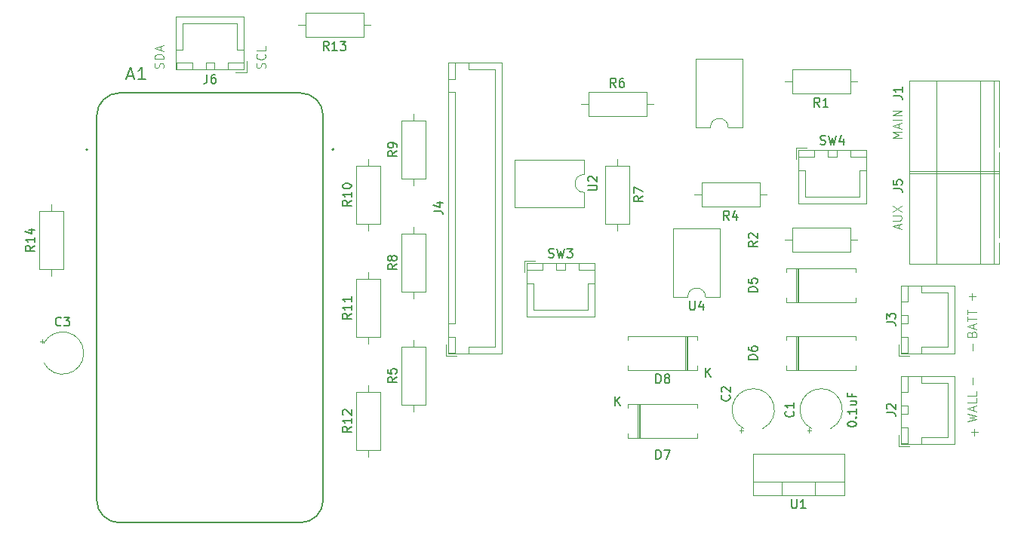
<source format=gbr>
%TF.GenerationSoftware,KiCad,Pcbnew,9.0.1*%
%TF.CreationDate,2025-04-03T23:22:05-05:00*%
%TF.ProjectId,sump-pump-mon,73756d70-2d70-4756-9d70-2d6d6f6e2e6b,rev?*%
%TF.SameCoordinates,Original*%
%TF.FileFunction,Legend,Top*%
%TF.FilePolarity,Positive*%
%FSLAX46Y46*%
G04 Gerber Fmt 4.6, Leading zero omitted, Abs format (unit mm)*
G04 Created by KiCad (PCBNEW 9.0.1) date 2025-04-03 23:22:05*
%MOMM*%
%LPD*%
G01*
G04 APERTURE LIST*
%ADD10C,0.100000*%
%ADD11C,0.150000*%
%ADD12C,0.120000*%
%ADD13C,0.127000*%
%ADD14C,0.200000*%
G04 APERTURE END LIST*
D10*
X220217466Y-58116115D02*
X220217466Y-57354211D01*
X220217466Y-61926115D02*
X220217466Y-61164211D01*
X220013884Y-67309466D02*
X220775789Y-67309466D01*
X220394836Y-67690419D02*
X220394836Y-66928514D01*
X129364800Y-26413734D02*
X129412419Y-26270877D01*
X129412419Y-26270877D02*
X129412419Y-26032782D01*
X129412419Y-26032782D02*
X129364800Y-25937544D01*
X129364800Y-25937544D02*
X129317180Y-25889925D01*
X129317180Y-25889925D02*
X129221942Y-25842306D01*
X129221942Y-25842306D02*
X129126704Y-25842306D01*
X129126704Y-25842306D02*
X129031466Y-25889925D01*
X129031466Y-25889925D02*
X128983847Y-25937544D01*
X128983847Y-25937544D02*
X128936228Y-26032782D01*
X128936228Y-26032782D02*
X128888609Y-26223258D01*
X128888609Y-26223258D02*
X128840990Y-26318496D01*
X128840990Y-26318496D02*
X128793371Y-26366115D01*
X128793371Y-26366115D02*
X128698133Y-26413734D01*
X128698133Y-26413734D02*
X128602895Y-26413734D01*
X128602895Y-26413734D02*
X128507657Y-26366115D01*
X128507657Y-26366115D02*
X128460038Y-26318496D01*
X128460038Y-26318496D02*
X128412419Y-26223258D01*
X128412419Y-26223258D02*
X128412419Y-25985163D01*
X128412419Y-25985163D02*
X128460038Y-25842306D01*
X129412419Y-25413734D02*
X128412419Y-25413734D01*
X128412419Y-25413734D02*
X128412419Y-25175639D01*
X128412419Y-25175639D02*
X128460038Y-25032782D01*
X128460038Y-25032782D02*
X128555276Y-24937544D01*
X128555276Y-24937544D02*
X128650514Y-24889925D01*
X128650514Y-24889925D02*
X128840990Y-24842306D01*
X128840990Y-24842306D02*
X128983847Y-24842306D01*
X128983847Y-24842306D02*
X129174323Y-24889925D01*
X129174323Y-24889925D02*
X129269561Y-24937544D01*
X129269561Y-24937544D02*
X129364800Y-25032782D01*
X129364800Y-25032782D02*
X129412419Y-25175639D01*
X129412419Y-25175639D02*
X129412419Y-25413734D01*
X129126704Y-24461353D02*
X129126704Y-23985163D01*
X129412419Y-24556591D02*
X128412419Y-24223258D01*
X128412419Y-24223258D02*
X129412419Y-23889925D01*
X140794800Y-26413734D02*
X140842419Y-26270877D01*
X140842419Y-26270877D02*
X140842419Y-26032782D01*
X140842419Y-26032782D02*
X140794800Y-25937544D01*
X140794800Y-25937544D02*
X140747180Y-25889925D01*
X140747180Y-25889925D02*
X140651942Y-25842306D01*
X140651942Y-25842306D02*
X140556704Y-25842306D01*
X140556704Y-25842306D02*
X140461466Y-25889925D01*
X140461466Y-25889925D02*
X140413847Y-25937544D01*
X140413847Y-25937544D02*
X140366228Y-26032782D01*
X140366228Y-26032782D02*
X140318609Y-26223258D01*
X140318609Y-26223258D02*
X140270990Y-26318496D01*
X140270990Y-26318496D02*
X140223371Y-26366115D01*
X140223371Y-26366115D02*
X140128133Y-26413734D01*
X140128133Y-26413734D02*
X140032895Y-26413734D01*
X140032895Y-26413734D02*
X139937657Y-26366115D01*
X139937657Y-26366115D02*
X139890038Y-26318496D01*
X139890038Y-26318496D02*
X139842419Y-26223258D01*
X139842419Y-26223258D02*
X139842419Y-25985163D01*
X139842419Y-25985163D02*
X139890038Y-25842306D01*
X140747180Y-24842306D02*
X140794800Y-24889925D01*
X140794800Y-24889925D02*
X140842419Y-25032782D01*
X140842419Y-25032782D02*
X140842419Y-25128020D01*
X140842419Y-25128020D02*
X140794800Y-25270877D01*
X140794800Y-25270877D02*
X140699561Y-25366115D01*
X140699561Y-25366115D02*
X140604323Y-25413734D01*
X140604323Y-25413734D02*
X140413847Y-25461353D01*
X140413847Y-25461353D02*
X140270990Y-25461353D01*
X140270990Y-25461353D02*
X140080514Y-25413734D01*
X140080514Y-25413734D02*
X139985276Y-25366115D01*
X139985276Y-25366115D02*
X139890038Y-25270877D01*
X139890038Y-25270877D02*
X139842419Y-25128020D01*
X139842419Y-25128020D02*
X139842419Y-25032782D01*
X139842419Y-25032782D02*
X139890038Y-24889925D01*
X139890038Y-24889925D02*
X139937657Y-24842306D01*
X140842419Y-23937544D02*
X140842419Y-24413734D01*
X140842419Y-24413734D02*
X139842419Y-24413734D01*
X212216419Y-34240115D02*
X211216419Y-34240115D01*
X211216419Y-34240115D02*
X211930704Y-33906782D01*
X211930704Y-33906782D02*
X211216419Y-33573449D01*
X211216419Y-33573449D02*
X212216419Y-33573449D01*
X211930704Y-33144877D02*
X211930704Y-32668687D01*
X212216419Y-33240115D02*
X211216419Y-32906782D01*
X211216419Y-32906782D02*
X212216419Y-32573449D01*
X212216419Y-32240115D02*
X211216419Y-32240115D01*
X212216419Y-31763925D02*
X211216419Y-31763925D01*
X211216419Y-31763925D02*
X212216419Y-31192497D01*
X212216419Y-31192497D02*
X211216419Y-31192497D01*
X211930704Y-44447734D02*
X211930704Y-43971544D01*
X212216419Y-44542972D02*
X211216419Y-44209639D01*
X211216419Y-44209639D02*
X212216419Y-43876306D01*
X211216419Y-43542972D02*
X212025942Y-43542972D01*
X212025942Y-43542972D02*
X212121180Y-43495353D01*
X212121180Y-43495353D02*
X212168800Y-43447734D01*
X212168800Y-43447734D02*
X212216419Y-43352496D01*
X212216419Y-43352496D02*
X212216419Y-43162020D01*
X212216419Y-43162020D02*
X212168800Y-43066782D01*
X212168800Y-43066782D02*
X212121180Y-43019163D01*
X212121180Y-43019163D02*
X212025942Y-42971544D01*
X212025942Y-42971544D02*
X211216419Y-42971544D01*
X211216419Y-42590591D02*
X212216419Y-41923925D01*
X211216419Y-41923925D02*
X212216419Y-42590591D01*
X220074609Y-56258782D02*
X220122228Y-56115925D01*
X220122228Y-56115925D02*
X220169847Y-56068306D01*
X220169847Y-56068306D02*
X220265085Y-56020687D01*
X220265085Y-56020687D02*
X220407942Y-56020687D01*
X220407942Y-56020687D02*
X220503180Y-56068306D01*
X220503180Y-56068306D02*
X220550800Y-56115925D01*
X220550800Y-56115925D02*
X220598419Y-56211163D01*
X220598419Y-56211163D02*
X220598419Y-56592115D01*
X220598419Y-56592115D02*
X219598419Y-56592115D01*
X219598419Y-56592115D02*
X219598419Y-56258782D01*
X219598419Y-56258782D02*
X219646038Y-56163544D01*
X219646038Y-56163544D02*
X219693657Y-56115925D01*
X219693657Y-56115925D02*
X219788895Y-56068306D01*
X219788895Y-56068306D02*
X219884133Y-56068306D01*
X219884133Y-56068306D02*
X219979371Y-56115925D01*
X219979371Y-56115925D02*
X220026990Y-56163544D01*
X220026990Y-56163544D02*
X220074609Y-56258782D01*
X220074609Y-56258782D02*
X220074609Y-56592115D01*
X220312704Y-55639734D02*
X220312704Y-55163544D01*
X220598419Y-55734972D02*
X219598419Y-55401639D01*
X219598419Y-55401639D02*
X220598419Y-55068306D01*
X219598419Y-54877829D02*
X219598419Y-54306401D01*
X220598419Y-54592115D02*
X219598419Y-54592115D01*
X219598419Y-54115924D02*
X219598419Y-53544496D01*
X220598419Y-53830210D02*
X219598419Y-53830210D01*
X219598419Y-66085353D02*
X220598419Y-65847258D01*
X220598419Y-65847258D02*
X219884133Y-65656782D01*
X219884133Y-65656782D02*
X220598419Y-65466306D01*
X220598419Y-65466306D02*
X219598419Y-65228211D01*
X220312704Y-64894877D02*
X220312704Y-64418687D01*
X220598419Y-64990115D02*
X219598419Y-64656782D01*
X219598419Y-64656782D02*
X220598419Y-64323449D01*
X220598419Y-63513925D02*
X220598419Y-63990115D01*
X220598419Y-63990115D02*
X219598419Y-63990115D01*
X220598419Y-62704401D02*
X220598419Y-63180591D01*
X220598419Y-63180591D02*
X219598419Y-63180591D01*
X219759884Y-52069466D02*
X220521789Y-52069466D01*
X220140836Y-52450419D02*
X220140836Y-51688514D01*
D11*
X211290819Y-39957333D02*
X212005104Y-39957333D01*
X212005104Y-39957333D02*
X212147961Y-40004952D01*
X212147961Y-40004952D02*
X212243200Y-40100190D01*
X212243200Y-40100190D02*
X212290819Y-40243047D01*
X212290819Y-40243047D02*
X212290819Y-40338285D01*
X211290819Y-39004952D02*
X211290819Y-39481142D01*
X211290819Y-39481142D02*
X211767009Y-39528761D01*
X211767009Y-39528761D02*
X211719390Y-39481142D01*
X211719390Y-39481142D02*
X211671771Y-39385904D01*
X211671771Y-39385904D02*
X211671771Y-39147809D01*
X211671771Y-39147809D02*
X211719390Y-39052571D01*
X211719390Y-39052571D02*
X211767009Y-39004952D01*
X211767009Y-39004952D02*
X211862247Y-38957333D01*
X211862247Y-38957333D02*
X212100342Y-38957333D01*
X212100342Y-38957333D02*
X212195580Y-39004952D01*
X212195580Y-39004952D02*
X212243200Y-39052571D01*
X212243200Y-39052571D02*
X212290819Y-39147809D01*
X212290819Y-39147809D02*
X212290819Y-39385904D01*
X212290819Y-39385904D02*
X212243200Y-39481142D01*
X212243200Y-39481142D02*
X212195580Y-39528761D01*
X211290819Y-29543333D02*
X212005104Y-29543333D01*
X212005104Y-29543333D02*
X212147961Y-29590952D01*
X212147961Y-29590952D02*
X212243200Y-29686190D01*
X212243200Y-29686190D02*
X212290819Y-29829047D01*
X212290819Y-29829047D02*
X212290819Y-29924285D01*
X212290819Y-28543333D02*
X212290819Y-29114761D01*
X212290819Y-28829047D02*
X211290819Y-28829047D01*
X211290819Y-28829047D02*
X211433676Y-28924285D01*
X211433676Y-28924285D02*
X211528914Y-29019523D01*
X211528914Y-29019523D02*
X211576533Y-29114761D01*
X114924819Y-46362857D02*
X114448628Y-46696190D01*
X114924819Y-46934285D02*
X113924819Y-46934285D01*
X113924819Y-46934285D02*
X113924819Y-46553333D01*
X113924819Y-46553333D02*
X113972438Y-46458095D01*
X113972438Y-46458095D02*
X114020057Y-46410476D01*
X114020057Y-46410476D02*
X114115295Y-46362857D01*
X114115295Y-46362857D02*
X114258152Y-46362857D01*
X114258152Y-46362857D02*
X114353390Y-46410476D01*
X114353390Y-46410476D02*
X114401009Y-46458095D01*
X114401009Y-46458095D02*
X114448628Y-46553333D01*
X114448628Y-46553333D02*
X114448628Y-46934285D01*
X114924819Y-45410476D02*
X114924819Y-45981904D01*
X114924819Y-45696190D02*
X113924819Y-45696190D01*
X113924819Y-45696190D02*
X114067676Y-45791428D01*
X114067676Y-45791428D02*
X114162914Y-45886666D01*
X114162914Y-45886666D02*
X114210533Y-45981904D01*
X114258152Y-44553333D02*
X114924819Y-44553333D01*
X113877200Y-44791428D02*
X114591485Y-45029523D01*
X114591485Y-45029523D02*
X114591485Y-44410476D01*
X147947142Y-24414819D02*
X147613809Y-23938628D01*
X147375714Y-24414819D02*
X147375714Y-23414819D01*
X147375714Y-23414819D02*
X147756666Y-23414819D01*
X147756666Y-23414819D02*
X147851904Y-23462438D01*
X147851904Y-23462438D02*
X147899523Y-23510057D01*
X147899523Y-23510057D02*
X147947142Y-23605295D01*
X147947142Y-23605295D02*
X147947142Y-23748152D01*
X147947142Y-23748152D02*
X147899523Y-23843390D01*
X147899523Y-23843390D02*
X147851904Y-23891009D01*
X147851904Y-23891009D02*
X147756666Y-23938628D01*
X147756666Y-23938628D02*
X147375714Y-23938628D01*
X148899523Y-24414819D02*
X148328095Y-24414819D01*
X148613809Y-24414819D02*
X148613809Y-23414819D01*
X148613809Y-23414819D02*
X148518571Y-23557676D01*
X148518571Y-23557676D02*
X148423333Y-23652914D01*
X148423333Y-23652914D02*
X148328095Y-23700533D01*
X149232857Y-23414819D02*
X149851904Y-23414819D01*
X149851904Y-23414819D02*
X149518571Y-23795771D01*
X149518571Y-23795771D02*
X149661428Y-23795771D01*
X149661428Y-23795771D02*
X149756666Y-23843390D01*
X149756666Y-23843390D02*
X149804285Y-23891009D01*
X149804285Y-23891009D02*
X149851904Y-23986247D01*
X149851904Y-23986247D02*
X149851904Y-24224342D01*
X149851904Y-24224342D02*
X149804285Y-24319580D01*
X149804285Y-24319580D02*
X149756666Y-24367200D01*
X149756666Y-24367200D02*
X149661428Y-24414819D01*
X149661428Y-24414819D02*
X149375714Y-24414819D01*
X149375714Y-24414819D02*
X149280476Y-24367200D01*
X149280476Y-24367200D02*
X149232857Y-24319580D01*
X134306666Y-27134819D02*
X134306666Y-27849104D01*
X134306666Y-27849104D02*
X134259047Y-27991961D01*
X134259047Y-27991961D02*
X134163809Y-28087200D01*
X134163809Y-28087200D02*
X134020952Y-28134819D01*
X134020952Y-28134819D02*
X133925714Y-28134819D01*
X135211428Y-27134819D02*
X135020952Y-27134819D01*
X135020952Y-27134819D02*
X134925714Y-27182438D01*
X134925714Y-27182438D02*
X134878095Y-27230057D01*
X134878095Y-27230057D02*
X134782857Y-27372914D01*
X134782857Y-27372914D02*
X134735238Y-27563390D01*
X134735238Y-27563390D02*
X134735238Y-27944342D01*
X134735238Y-27944342D02*
X134782857Y-28039580D01*
X134782857Y-28039580D02*
X134830476Y-28087200D01*
X134830476Y-28087200D02*
X134925714Y-28134819D01*
X134925714Y-28134819D02*
X135116190Y-28134819D01*
X135116190Y-28134819D02*
X135211428Y-28087200D01*
X135211428Y-28087200D02*
X135259047Y-28039580D01*
X135259047Y-28039580D02*
X135306666Y-27944342D01*
X135306666Y-27944342D02*
X135306666Y-27706247D01*
X135306666Y-27706247D02*
X135259047Y-27611009D01*
X135259047Y-27611009D02*
X135211428Y-27563390D01*
X135211428Y-27563390D02*
X135116190Y-27515771D01*
X135116190Y-27515771D02*
X134925714Y-27515771D01*
X134925714Y-27515771D02*
X134830476Y-27563390D01*
X134830476Y-27563390D02*
X134782857Y-27611009D01*
X134782857Y-27611009D02*
X134735238Y-27706247D01*
X159734819Y-42463333D02*
X160449104Y-42463333D01*
X160449104Y-42463333D02*
X160591961Y-42510952D01*
X160591961Y-42510952D02*
X160687200Y-42606190D01*
X160687200Y-42606190D02*
X160734819Y-42749047D01*
X160734819Y-42749047D02*
X160734819Y-42844285D01*
X160068152Y-41558571D02*
X160734819Y-41558571D01*
X159687200Y-41796666D02*
X160401485Y-42034761D01*
X160401485Y-42034761D02*
X160401485Y-41415714D01*
X155564819Y-48426666D02*
X155088628Y-48759999D01*
X155564819Y-48998094D02*
X154564819Y-48998094D01*
X154564819Y-48998094D02*
X154564819Y-48617142D01*
X154564819Y-48617142D02*
X154612438Y-48521904D01*
X154612438Y-48521904D02*
X154660057Y-48474285D01*
X154660057Y-48474285D02*
X154755295Y-48426666D01*
X154755295Y-48426666D02*
X154898152Y-48426666D01*
X154898152Y-48426666D02*
X154993390Y-48474285D01*
X154993390Y-48474285D02*
X155041009Y-48521904D01*
X155041009Y-48521904D02*
X155088628Y-48617142D01*
X155088628Y-48617142D02*
X155088628Y-48998094D01*
X154993390Y-47855237D02*
X154945771Y-47950475D01*
X154945771Y-47950475D02*
X154898152Y-47998094D01*
X154898152Y-47998094D02*
X154802914Y-48045713D01*
X154802914Y-48045713D02*
X154755295Y-48045713D01*
X154755295Y-48045713D02*
X154660057Y-47998094D01*
X154660057Y-47998094D02*
X154612438Y-47950475D01*
X154612438Y-47950475D02*
X154564819Y-47855237D01*
X154564819Y-47855237D02*
X154564819Y-47664761D01*
X154564819Y-47664761D02*
X154612438Y-47569523D01*
X154612438Y-47569523D02*
X154660057Y-47521904D01*
X154660057Y-47521904D02*
X154755295Y-47474285D01*
X154755295Y-47474285D02*
X154802914Y-47474285D01*
X154802914Y-47474285D02*
X154898152Y-47521904D01*
X154898152Y-47521904D02*
X154945771Y-47569523D01*
X154945771Y-47569523D02*
X154993390Y-47664761D01*
X154993390Y-47664761D02*
X154993390Y-47855237D01*
X154993390Y-47855237D02*
X155041009Y-47950475D01*
X155041009Y-47950475D02*
X155088628Y-47998094D01*
X155088628Y-47998094D02*
X155183866Y-48045713D01*
X155183866Y-48045713D02*
X155374342Y-48045713D01*
X155374342Y-48045713D02*
X155469580Y-47998094D01*
X155469580Y-47998094D02*
X155517200Y-47950475D01*
X155517200Y-47950475D02*
X155564819Y-47855237D01*
X155564819Y-47855237D02*
X155564819Y-47664761D01*
X155564819Y-47664761D02*
X155517200Y-47569523D01*
X155517200Y-47569523D02*
X155469580Y-47521904D01*
X155469580Y-47521904D02*
X155374342Y-47474285D01*
X155374342Y-47474285D02*
X155183866Y-47474285D01*
X155183866Y-47474285D02*
X155088628Y-47521904D01*
X155088628Y-47521904D02*
X155041009Y-47569523D01*
X155041009Y-47569523D02*
X154993390Y-47664761D01*
X210534819Y-54963333D02*
X211249104Y-54963333D01*
X211249104Y-54963333D02*
X211391961Y-55010952D01*
X211391961Y-55010952D02*
X211487200Y-55106190D01*
X211487200Y-55106190D02*
X211534819Y-55249047D01*
X211534819Y-55249047D02*
X211534819Y-55344285D01*
X210534819Y-54582380D02*
X210534819Y-53963333D01*
X210534819Y-53963333D02*
X210915771Y-54296666D01*
X210915771Y-54296666D02*
X210915771Y-54153809D01*
X210915771Y-54153809D02*
X210963390Y-54058571D01*
X210963390Y-54058571D02*
X211011009Y-54010952D01*
X211011009Y-54010952D02*
X211106247Y-53963333D01*
X211106247Y-53963333D02*
X211344342Y-53963333D01*
X211344342Y-53963333D02*
X211439580Y-54010952D01*
X211439580Y-54010952D02*
X211487200Y-54058571D01*
X211487200Y-54058571D02*
X211534819Y-54153809D01*
X211534819Y-54153809D02*
X211534819Y-54439523D01*
X211534819Y-54439523D02*
X211487200Y-54534761D01*
X211487200Y-54534761D02*
X211439580Y-54582380D01*
X210534819Y-65123333D02*
X211249104Y-65123333D01*
X211249104Y-65123333D02*
X211391961Y-65170952D01*
X211391961Y-65170952D02*
X211487200Y-65266190D01*
X211487200Y-65266190D02*
X211534819Y-65409047D01*
X211534819Y-65409047D02*
X211534819Y-65504285D01*
X210630057Y-64694761D02*
X210582438Y-64647142D01*
X210582438Y-64647142D02*
X210534819Y-64551904D01*
X210534819Y-64551904D02*
X210534819Y-64313809D01*
X210534819Y-64313809D02*
X210582438Y-64218571D01*
X210582438Y-64218571D02*
X210630057Y-64170952D01*
X210630057Y-64170952D02*
X210725295Y-64123333D01*
X210725295Y-64123333D02*
X210820533Y-64123333D01*
X210820533Y-64123333D02*
X210963390Y-64170952D01*
X210963390Y-64170952D02*
X211534819Y-64742380D01*
X211534819Y-64742380D02*
X211534819Y-64123333D01*
X203033333Y-30764819D02*
X202700000Y-30288628D01*
X202461905Y-30764819D02*
X202461905Y-29764819D01*
X202461905Y-29764819D02*
X202842857Y-29764819D01*
X202842857Y-29764819D02*
X202938095Y-29812438D01*
X202938095Y-29812438D02*
X202985714Y-29860057D01*
X202985714Y-29860057D02*
X203033333Y-29955295D01*
X203033333Y-29955295D02*
X203033333Y-30098152D01*
X203033333Y-30098152D02*
X202985714Y-30193390D01*
X202985714Y-30193390D02*
X202938095Y-30241009D01*
X202938095Y-30241009D02*
X202842857Y-30288628D01*
X202842857Y-30288628D02*
X202461905Y-30288628D01*
X203985714Y-30764819D02*
X203414286Y-30764819D01*
X203700000Y-30764819D02*
X203700000Y-29764819D01*
X203700000Y-29764819D02*
X203604762Y-29907676D01*
X203604762Y-29907676D02*
X203509524Y-30002914D01*
X203509524Y-30002914D02*
X203414286Y-30050533D01*
X177044819Y-40131904D02*
X177854342Y-40131904D01*
X177854342Y-40131904D02*
X177949580Y-40084285D01*
X177949580Y-40084285D02*
X177997200Y-40036666D01*
X177997200Y-40036666D02*
X178044819Y-39941428D01*
X178044819Y-39941428D02*
X178044819Y-39750952D01*
X178044819Y-39750952D02*
X177997200Y-39655714D01*
X177997200Y-39655714D02*
X177949580Y-39608095D01*
X177949580Y-39608095D02*
X177854342Y-39560476D01*
X177854342Y-39560476D02*
X177044819Y-39560476D01*
X177140057Y-39131904D02*
X177092438Y-39084285D01*
X177092438Y-39084285D02*
X177044819Y-38989047D01*
X177044819Y-38989047D02*
X177044819Y-38750952D01*
X177044819Y-38750952D02*
X177092438Y-38655714D01*
X177092438Y-38655714D02*
X177140057Y-38608095D01*
X177140057Y-38608095D02*
X177235295Y-38560476D01*
X177235295Y-38560476D02*
X177330533Y-38560476D01*
X177330533Y-38560476D02*
X177473390Y-38608095D01*
X177473390Y-38608095D02*
X178044819Y-39179523D01*
X178044819Y-39179523D02*
X178044819Y-38560476D01*
X192891580Y-63158666D02*
X192939200Y-63206285D01*
X192939200Y-63206285D02*
X192986819Y-63349142D01*
X192986819Y-63349142D02*
X192986819Y-63444380D01*
X192986819Y-63444380D02*
X192939200Y-63587237D01*
X192939200Y-63587237D02*
X192843961Y-63682475D01*
X192843961Y-63682475D02*
X192748723Y-63730094D01*
X192748723Y-63730094D02*
X192558247Y-63777713D01*
X192558247Y-63777713D02*
X192415390Y-63777713D01*
X192415390Y-63777713D02*
X192224914Y-63730094D01*
X192224914Y-63730094D02*
X192129676Y-63682475D01*
X192129676Y-63682475D02*
X192034438Y-63587237D01*
X192034438Y-63587237D02*
X191986819Y-63444380D01*
X191986819Y-63444380D02*
X191986819Y-63349142D01*
X191986819Y-63349142D02*
X192034438Y-63206285D01*
X192034438Y-63206285D02*
X192082057Y-63158666D01*
X192082057Y-62777713D02*
X192034438Y-62730094D01*
X192034438Y-62730094D02*
X191986819Y-62634856D01*
X191986819Y-62634856D02*
X191986819Y-62396761D01*
X191986819Y-62396761D02*
X192034438Y-62301523D01*
X192034438Y-62301523D02*
X192082057Y-62253904D01*
X192082057Y-62253904D02*
X192177295Y-62206285D01*
X192177295Y-62206285D02*
X192272533Y-62206285D01*
X192272533Y-62206285D02*
X192415390Y-62253904D01*
X192415390Y-62253904D02*
X192986819Y-62825332D01*
X192986819Y-62825332D02*
X192986819Y-62206285D01*
X196034819Y-45886666D02*
X195558628Y-46219999D01*
X196034819Y-46458094D02*
X195034819Y-46458094D01*
X195034819Y-46458094D02*
X195034819Y-46077142D01*
X195034819Y-46077142D02*
X195082438Y-45981904D01*
X195082438Y-45981904D02*
X195130057Y-45934285D01*
X195130057Y-45934285D02*
X195225295Y-45886666D01*
X195225295Y-45886666D02*
X195368152Y-45886666D01*
X195368152Y-45886666D02*
X195463390Y-45934285D01*
X195463390Y-45934285D02*
X195511009Y-45981904D01*
X195511009Y-45981904D02*
X195558628Y-46077142D01*
X195558628Y-46077142D02*
X195558628Y-46458094D01*
X195130057Y-45505713D02*
X195082438Y-45458094D01*
X195082438Y-45458094D02*
X195034819Y-45362856D01*
X195034819Y-45362856D02*
X195034819Y-45124761D01*
X195034819Y-45124761D02*
X195082438Y-45029523D01*
X195082438Y-45029523D02*
X195130057Y-44981904D01*
X195130057Y-44981904D02*
X195225295Y-44934285D01*
X195225295Y-44934285D02*
X195320533Y-44934285D01*
X195320533Y-44934285D02*
X195463390Y-44981904D01*
X195463390Y-44981904D02*
X196034819Y-45553332D01*
X196034819Y-45553332D02*
X196034819Y-44934285D01*
X183164819Y-40806666D02*
X182688628Y-41139999D01*
X183164819Y-41378094D02*
X182164819Y-41378094D01*
X182164819Y-41378094D02*
X182164819Y-40997142D01*
X182164819Y-40997142D02*
X182212438Y-40901904D01*
X182212438Y-40901904D02*
X182260057Y-40854285D01*
X182260057Y-40854285D02*
X182355295Y-40806666D01*
X182355295Y-40806666D02*
X182498152Y-40806666D01*
X182498152Y-40806666D02*
X182593390Y-40854285D01*
X182593390Y-40854285D02*
X182641009Y-40901904D01*
X182641009Y-40901904D02*
X182688628Y-40997142D01*
X182688628Y-40997142D02*
X182688628Y-41378094D01*
X182164819Y-40473332D02*
X182164819Y-39806666D01*
X182164819Y-39806666D02*
X183164819Y-40235237D01*
X188468095Y-52584819D02*
X188468095Y-53394342D01*
X188468095Y-53394342D02*
X188515714Y-53489580D01*
X188515714Y-53489580D02*
X188563333Y-53537200D01*
X188563333Y-53537200D02*
X188658571Y-53584819D01*
X188658571Y-53584819D02*
X188849047Y-53584819D01*
X188849047Y-53584819D02*
X188944285Y-53537200D01*
X188944285Y-53537200D02*
X188991904Y-53489580D01*
X188991904Y-53489580D02*
X189039523Y-53394342D01*
X189039523Y-53394342D02*
X189039523Y-52584819D01*
X189944285Y-52918152D02*
X189944285Y-53584819D01*
X189706190Y-52537200D02*
X189468095Y-53251485D01*
X189468095Y-53251485D02*
X190087142Y-53251485D01*
X184681905Y-61794819D02*
X184681905Y-60794819D01*
X184681905Y-60794819D02*
X184920000Y-60794819D01*
X184920000Y-60794819D02*
X185062857Y-60842438D01*
X185062857Y-60842438D02*
X185158095Y-60937676D01*
X185158095Y-60937676D02*
X185205714Y-61032914D01*
X185205714Y-61032914D02*
X185253333Y-61223390D01*
X185253333Y-61223390D02*
X185253333Y-61366247D01*
X185253333Y-61366247D02*
X185205714Y-61556723D01*
X185205714Y-61556723D02*
X185158095Y-61651961D01*
X185158095Y-61651961D02*
X185062857Y-61747200D01*
X185062857Y-61747200D02*
X184920000Y-61794819D01*
X184920000Y-61794819D02*
X184681905Y-61794819D01*
X185824762Y-61223390D02*
X185729524Y-61175771D01*
X185729524Y-61175771D02*
X185681905Y-61128152D01*
X185681905Y-61128152D02*
X185634286Y-61032914D01*
X185634286Y-61032914D02*
X185634286Y-60985295D01*
X185634286Y-60985295D02*
X185681905Y-60890057D01*
X185681905Y-60890057D02*
X185729524Y-60842438D01*
X185729524Y-60842438D02*
X185824762Y-60794819D01*
X185824762Y-60794819D02*
X186015238Y-60794819D01*
X186015238Y-60794819D02*
X186110476Y-60842438D01*
X186110476Y-60842438D02*
X186158095Y-60890057D01*
X186158095Y-60890057D02*
X186205714Y-60985295D01*
X186205714Y-60985295D02*
X186205714Y-61032914D01*
X186205714Y-61032914D02*
X186158095Y-61128152D01*
X186158095Y-61128152D02*
X186110476Y-61175771D01*
X186110476Y-61175771D02*
X186015238Y-61223390D01*
X186015238Y-61223390D02*
X185824762Y-61223390D01*
X185824762Y-61223390D02*
X185729524Y-61271009D01*
X185729524Y-61271009D02*
X185681905Y-61318628D01*
X185681905Y-61318628D02*
X185634286Y-61413866D01*
X185634286Y-61413866D02*
X185634286Y-61604342D01*
X185634286Y-61604342D02*
X185681905Y-61699580D01*
X185681905Y-61699580D02*
X185729524Y-61747200D01*
X185729524Y-61747200D02*
X185824762Y-61794819D01*
X185824762Y-61794819D02*
X186015238Y-61794819D01*
X186015238Y-61794819D02*
X186110476Y-61747200D01*
X186110476Y-61747200D02*
X186158095Y-61699580D01*
X186158095Y-61699580D02*
X186205714Y-61604342D01*
X186205714Y-61604342D02*
X186205714Y-61413866D01*
X186205714Y-61413866D02*
X186158095Y-61318628D01*
X186158095Y-61318628D02*
X186110476Y-61271009D01*
X186110476Y-61271009D02*
X186015238Y-61223390D01*
X190238095Y-61074819D02*
X190238095Y-60074819D01*
X190809523Y-61074819D02*
X190380952Y-60503390D01*
X190809523Y-60074819D02*
X190238095Y-60646247D01*
X200059580Y-64956666D02*
X200107200Y-65004285D01*
X200107200Y-65004285D02*
X200154819Y-65147142D01*
X200154819Y-65147142D02*
X200154819Y-65242380D01*
X200154819Y-65242380D02*
X200107200Y-65385237D01*
X200107200Y-65385237D02*
X200011961Y-65480475D01*
X200011961Y-65480475D02*
X199916723Y-65528094D01*
X199916723Y-65528094D02*
X199726247Y-65575713D01*
X199726247Y-65575713D02*
X199583390Y-65575713D01*
X199583390Y-65575713D02*
X199392914Y-65528094D01*
X199392914Y-65528094D02*
X199297676Y-65480475D01*
X199297676Y-65480475D02*
X199202438Y-65385237D01*
X199202438Y-65385237D02*
X199154819Y-65242380D01*
X199154819Y-65242380D02*
X199154819Y-65147142D01*
X199154819Y-65147142D02*
X199202438Y-65004285D01*
X199202438Y-65004285D02*
X199250057Y-64956666D01*
X200154819Y-64004285D02*
X200154819Y-64575713D01*
X200154819Y-64289999D02*
X199154819Y-64289999D01*
X199154819Y-64289999D02*
X199297676Y-64385237D01*
X199297676Y-64385237D02*
X199392914Y-64480475D01*
X199392914Y-64480475D02*
X199440533Y-64575713D01*
X206154819Y-66432856D02*
X206154819Y-66337618D01*
X206154819Y-66337618D02*
X206202438Y-66242380D01*
X206202438Y-66242380D02*
X206250057Y-66194761D01*
X206250057Y-66194761D02*
X206345295Y-66147142D01*
X206345295Y-66147142D02*
X206535771Y-66099523D01*
X206535771Y-66099523D02*
X206773866Y-66099523D01*
X206773866Y-66099523D02*
X206964342Y-66147142D01*
X206964342Y-66147142D02*
X207059580Y-66194761D01*
X207059580Y-66194761D02*
X207107200Y-66242380D01*
X207107200Y-66242380D02*
X207154819Y-66337618D01*
X207154819Y-66337618D02*
X207154819Y-66432856D01*
X207154819Y-66432856D02*
X207107200Y-66528094D01*
X207107200Y-66528094D02*
X207059580Y-66575713D01*
X207059580Y-66575713D02*
X206964342Y-66623332D01*
X206964342Y-66623332D02*
X206773866Y-66670951D01*
X206773866Y-66670951D02*
X206535771Y-66670951D01*
X206535771Y-66670951D02*
X206345295Y-66623332D01*
X206345295Y-66623332D02*
X206250057Y-66575713D01*
X206250057Y-66575713D02*
X206202438Y-66528094D01*
X206202438Y-66528094D02*
X206154819Y-66432856D01*
X207059580Y-65670951D02*
X207107200Y-65623332D01*
X207107200Y-65623332D02*
X207154819Y-65670951D01*
X207154819Y-65670951D02*
X207107200Y-65718570D01*
X207107200Y-65718570D02*
X207059580Y-65670951D01*
X207059580Y-65670951D02*
X207154819Y-65670951D01*
X207154819Y-64670952D02*
X207154819Y-65242380D01*
X207154819Y-64956666D02*
X206154819Y-64956666D01*
X206154819Y-64956666D02*
X206297676Y-65051904D01*
X206297676Y-65051904D02*
X206392914Y-65147142D01*
X206392914Y-65147142D02*
X206440533Y-65242380D01*
X206488152Y-63813809D02*
X207154819Y-63813809D01*
X206488152Y-64242380D02*
X207011961Y-64242380D01*
X207011961Y-64242380D02*
X207107200Y-64194761D01*
X207107200Y-64194761D02*
X207154819Y-64099523D01*
X207154819Y-64099523D02*
X207154819Y-63956666D01*
X207154819Y-63956666D02*
X207107200Y-63861428D01*
X207107200Y-63861428D02*
X207059580Y-63813809D01*
X206631009Y-63004285D02*
X206631009Y-63337618D01*
X207154819Y-63337618D02*
X206154819Y-63337618D01*
X206154819Y-63337618D02*
X206154819Y-62861428D01*
X180173333Y-28564819D02*
X179840000Y-28088628D01*
X179601905Y-28564819D02*
X179601905Y-27564819D01*
X179601905Y-27564819D02*
X179982857Y-27564819D01*
X179982857Y-27564819D02*
X180078095Y-27612438D01*
X180078095Y-27612438D02*
X180125714Y-27660057D01*
X180125714Y-27660057D02*
X180173333Y-27755295D01*
X180173333Y-27755295D02*
X180173333Y-27898152D01*
X180173333Y-27898152D02*
X180125714Y-27993390D01*
X180125714Y-27993390D02*
X180078095Y-28041009D01*
X180078095Y-28041009D02*
X179982857Y-28088628D01*
X179982857Y-28088628D02*
X179601905Y-28088628D01*
X181030476Y-27564819D02*
X180840000Y-27564819D01*
X180840000Y-27564819D02*
X180744762Y-27612438D01*
X180744762Y-27612438D02*
X180697143Y-27660057D01*
X180697143Y-27660057D02*
X180601905Y-27802914D01*
X180601905Y-27802914D02*
X180554286Y-27993390D01*
X180554286Y-27993390D02*
X180554286Y-28374342D01*
X180554286Y-28374342D02*
X180601905Y-28469580D01*
X180601905Y-28469580D02*
X180649524Y-28517200D01*
X180649524Y-28517200D02*
X180744762Y-28564819D01*
X180744762Y-28564819D02*
X180935238Y-28564819D01*
X180935238Y-28564819D02*
X181030476Y-28517200D01*
X181030476Y-28517200D02*
X181078095Y-28469580D01*
X181078095Y-28469580D02*
X181125714Y-28374342D01*
X181125714Y-28374342D02*
X181125714Y-28136247D01*
X181125714Y-28136247D02*
X181078095Y-28041009D01*
X181078095Y-28041009D02*
X181030476Y-27993390D01*
X181030476Y-27993390D02*
X180935238Y-27945771D01*
X180935238Y-27945771D02*
X180744762Y-27945771D01*
X180744762Y-27945771D02*
X180649524Y-27993390D01*
X180649524Y-27993390D02*
X180601905Y-28041009D01*
X180601905Y-28041009D02*
X180554286Y-28136247D01*
X172636667Y-47657200D02*
X172779524Y-47704819D01*
X172779524Y-47704819D02*
X173017619Y-47704819D01*
X173017619Y-47704819D02*
X173112857Y-47657200D01*
X173112857Y-47657200D02*
X173160476Y-47609580D01*
X173160476Y-47609580D02*
X173208095Y-47514342D01*
X173208095Y-47514342D02*
X173208095Y-47419104D01*
X173208095Y-47419104D02*
X173160476Y-47323866D01*
X173160476Y-47323866D02*
X173112857Y-47276247D01*
X173112857Y-47276247D02*
X173017619Y-47228628D01*
X173017619Y-47228628D02*
X172827143Y-47181009D01*
X172827143Y-47181009D02*
X172731905Y-47133390D01*
X172731905Y-47133390D02*
X172684286Y-47085771D01*
X172684286Y-47085771D02*
X172636667Y-46990533D01*
X172636667Y-46990533D02*
X172636667Y-46895295D01*
X172636667Y-46895295D02*
X172684286Y-46800057D01*
X172684286Y-46800057D02*
X172731905Y-46752438D01*
X172731905Y-46752438D02*
X172827143Y-46704819D01*
X172827143Y-46704819D02*
X173065238Y-46704819D01*
X173065238Y-46704819D02*
X173208095Y-46752438D01*
X173541429Y-46704819D02*
X173779524Y-47704819D01*
X173779524Y-47704819D02*
X173970000Y-46990533D01*
X173970000Y-46990533D02*
X174160476Y-47704819D01*
X174160476Y-47704819D02*
X174398572Y-46704819D01*
X174684286Y-46704819D02*
X175303333Y-46704819D01*
X175303333Y-46704819D02*
X174970000Y-47085771D01*
X174970000Y-47085771D02*
X175112857Y-47085771D01*
X175112857Y-47085771D02*
X175208095Y-47133390D01*
X175208095Y-47133390D02*
X175255714Y-47181009D01*
X175255714Y-47181009D02*
X175303333Y-47276247D01*
X175303333Y-47276247D02*
X175303333Y-47514342D01*
X175303333Y-47514342D02*
X175255714Y-47609580D01*
X175255714Y-47609580D02*
X175208095Y-47657200D01*
X175208095Y-47657200D02*
X175112857Y-47704819D01*
X175112857Y-47704819D02*
X174827143Y-47704819D01*
X174827143Y-47704819D02*
X174731905Y-47657200D01*
X174731905Y-47657200D02*
X174684286Y-47609580D01*
X192873333Y-43464819D02*
X192540000Y-42988628D01*
X192301905Y-43464819D02*
X192301905Y-42464819D01*
X192301905Y-42464819D02*
X192682857Y-42464819D01*
X192682857Y-42464819D02*
X192778095Y-42512438D01*
X192778095Y-42512438D02*
X192825714Y-42560057D01*
X192825714Y-42560057D02*
X192873333Y-42655295D01*
X192873333Y-42655295D02*
X192873333Y-42798152D01*
X192873333Y-42798152D02*
X192825714Y-42893390D01*
X192825714Y-42893390D02*
X192778095Y-42941009D01*
X192778095Y-42941009D02*
X192682857Y-42988628D01*
X192682857Y-42988628D02*
X192301905Y-42988628D01*
X193730476Y-42798152D02*
X193730476Y-43464819D01*
X193492381Y-42417200D02*
X193254286Y-43131485D01*
X193254286Y-43131485D02*
X193873333Y-43131485D01*
X117923333Y-55279580D02*
X117875714Y-55327200D01*
X117875714Y-55327200D02*
X117732857Y-55374819D01*
X117732857Y-55374819D02*
X117637619Y-55374819D01*
X117637619Y-55374819D02*
X117494762Y-55327200D01*
X117494762Y-55327200D02*
X117399524Y-55231961D01*
X117399524Y-55231961D02*
X117351905Y-55136723D01*
X117351905Y-55136723D02*
X117304286Y-54946247D01*
X117304286Y-54946247D02*
X117304286Y-54803390D01*
X117304286Y-54803390D02*
X117351905Y-54612914D01*
X117351905Y-54612914D02*
X117399524Y-54517676D01*
X117399524Y-54517676D02*
X117494762Y-54422438D01*
X117494762Y-54422438D02*
X117637619Y-54374819D01*
X117637619Y-54374819D02*
X117732857Y-54374819D01*
X117732857Y-54374819D02*
X117875714Y-54422438D01*
X117875714Y-54422438D02*
X117923333Y-54470057D01*
X118256667Y-54374819D02*
X118875714Y-54374819D01*
X118875714Y-54374819D02*
X118542381Y-54755771D01*
X118542381Y-54755771D02*
X118685238Y-54755771D01*
X118685238Y-54755771D02*
X118780476Y-54803390D01*
X118780476Y-54803390D02*
X118828095Y-54851009D01*
X118828095Y-54851009D02*
X118875714Y-54946247D01*
X118875714Y-54946247D02*
X118875714Y-55184342D01*
X118875714Y-55184342D02*
X118828095Y-55279580D01*
X118828095Y-55279580D02*
X118780476Y-55327200D01*
X118780476Y-55327200D02*
X118685238Y-55374819D01*
X118685238Y-55374819D02*
X118399524Y-55374819D01*
X118399524Y-55374819D02*
X118304286Y-55327200D01*
X118304286Y-55327200D02*
X118256667Y-55279580D01*
X203116667Y-34957200D02*
X203259524Y-35004819D01*
X203259524Y-35004819D02*
X203497619Y-35004819D01*
X203497619Y-35004819D02*
X203592857Y-34957200D01*
X203592857Y-34957200D02*
X203640476Y-34909580D01*
X203640476Y-34909580D02*
X203688095Y-34814342D01*
X203688095Y-34814342D02*
X203688095Y-34719104D01*
X203688095Y-34719104D02*
X203640476Y-34623866D01*
X203640476Y-34623866D02*
X203592857Y-34576247D01*
X203592857Y-34576247D02*
X203497619Y-34528628D01*
X203497619Y-34528628D02*
X203307143Y-34481009D01*
X203307143Y-34481009D02*
X203211905Y-34433390D01*
X203211905Y-34433390D02*
X203164286Y-34385771D01*
X203164286Y-34385771D02*
X203116667Y-34290533D01*
X203116667Y-34290533D02*
X203116667Y-34195295D01*
X203116667Y-34195295D02*
X203164286Y-34100057D01*
X203164286Y-34100057D02*
X203211905Y-34052438D01*
X203211905Y-34052438D02*
X203307143Y-34004819D01*
X203307143Y-34004819D02*
X203545238Y-34004819D01*
X203545238Y-34004819D02*
X203688095Y-34052438D01*
X204021429Y-34004819D02*
X204259524Y-35004819D01*
X204259524Y-35004819D02*
X204450000Y-34290533D01*
X204450000Y-34290533D02*
X204640476Y-35004819D01*
X204640476Y-35004819D02*
X204878572Y-34004819D01*
X205688095Y-34338152D02*
X205688095Y-35004819D01*
X205450000Y-33957200D02*
X205211905Y-34671485D01*
X205211905Y-34671485D02*
X205830952Y-34671485D01*
X199898095Y-74844819D02*
X199898095Y-75654342D01*
X199898095Y-75654342D02*
X199945714Y-75749580D01*
X199945714Y-75749580D02*
X199993333Y-75797200D01*
X199993333Y-75797200D02*
X200088571Y-75844819D01*
X200088571Y-75844819D02*
X200279047Y-75844819D01*
X200279047Y-75844819D02*
X200374285Y-75797200D01*
X200374285Y-75797200D02*
X200421904Y-75749580D01*
X200421904Y-75749580D02*
X200469523Y-75654342D01*
X200469523Y-75654342D02*
X200469523Y-74844819D01*
X201469523Y-75844819D02*
X200898095Y-75844819D01*
X201183809Y-75844819D02*
X201183809Y-74844819D01*
X201183809Y-74844819D02*
X201088571Y-74987676D01*
X201088571Y-74987676D02*
X200993333Y-75082914D01*
X200993333Y-75082914D02*
X200898095Y-75130533D01*
X150484819Y-53982857D02*
X150008628Y-54316190D01*
X150484819Y-54554285D02*
X149484819Y-54554285D01*
X149484819Y-54554285D02*
X149484819Y-54173333D01*
X149484819Y-54173333D02*
X149532438Y-54078095D01*
X149532438Y-54078095D02*
X149580057Y-54030476D01*
X149580057Y-54030476D02*
X149675295Y-53982857D01*
X149675295Y-53982857D02*
X149818152Y-53982857D01*
X149818152Y-53982857D02*
X149913390Y-54030476D01*
X149913390Y-54030476D02*
X149961009Y-54078095D01*
X149961009Y-54078095D02*
X150008628Y-54173333D01*
X150008628Y-54173333D02*
X150008628Y-54554285D01*
X150484819Y-53030476D02*
X150484819Y-53601904D01*
X150484819Y-53316190D02*
X149484819Y-53316190D01*
X149484819Y-53316190D02*
X149627676Y-53411428D01*
X149627676Y-53411428D02*
X149722914Y-53506666D01*
X149722914Y-53506666D02*
X149770533Y-53601904D01*
X150484819Y-52078095D02*
X150484819Y-52649523D01*
X150484819Y-52363809D02*
X149484819Y-52363809D01*
X149484819Y-52363809D02*
X149627676Y-52459047D01*
X149627676Y-52459047D02*
X149722914Y-52554285D01*
X149722914Y-52554285D02*
X149770533Y-52649523D01*
X184681905Y-70304819D02*
X184681905Y-69304819D01*
X184681905Y-69304819D02*
X184920000Y-69304819D01*
X184920000Y-69304819D02*
X185062857Y-69352438D01*
X185062857Y-69352438D02*
X185158095Y-69447676D01*
X185158095Y-69447676D02*
X185205714Y-69542914D01*
X185205714Y-69542914D02*
X185253333Y-69733390D01*
X185253333Y-69733390D02*
X185253333Y-69876247D01*
X185253333Y-69876247D02*
X185205714Y-70066723D01*
X185205714Y-70066723D02*
X185158095Y-70161961D01*
X185158095Y-70161961D02*
X185062857Y-70257200D01*
X185062857Y-70257200D02*
X184920000Y-70304819D01*
X184920000Y-70304819D02*
X184681905Y-70304819D01*
X185586667Y-69304819D02*
X186253333Y-69304819D01*
X186253333Y-69304819D02*
X185824762Y-70304819D01*
X180078095Y-64294819D02*
X180078095Y-63294819D01*
X180649523Y-64294819D02*
X180220952Y-63723390D01*
X180649523Y-63294819D02*
X180078095Y-63866247D01*
X155564819Y-35726666D02*
X155088628Y-36059999D01*
X155564819Y-36298094D02*
X154564819Y-36298094D01*
X154564819Y-36298094D02*
X154564819Y-35917142D01*
X154564819Y-35917142D02*
X154612438Y-35821904D01*
X154612438Y-35821904D02*
X154660057Y-35774285D01*
X154660057Y-35774285D02*
X154755295Y-35726666D01*
X154755295Y-35726666D02*
X154898152Y-35726666D01*
X154898152Y-35726666D02*
X154993390Y-35774285D01*
X154993390Y-35774285D02*
X155041009Y-35821904D01*
X155041009Y-35821904D02*
X155088628Y-35917142D01*
X155088628Y-35917142D02*
X155088628Y-36298094D01*
X155564819Y-35250475D02*
X155564819Y-35059999D01*
X155564819Y-35059999D02*
X155517200Y-34964761D01*
X155517200Y-34964761D02*
X155469580Y-34917142D01*
X155469580Y-34917142D02*
X155326723Y-34821904D01*
X155326723Y-34821904D02*
X155136247Y-34774285D01*
X155136247Y-34774285D02*
X154755295Y-34774285D01*
X154755295Y-34774285D02*
X154660057Y-34821904D01*
X154660057Y-34821904D02*
X154612438Y-34869523D01*
X154612438Y-34869523D02*
X154564819Y-34964761D01*
X154564819Y-34964761D02*
X154564819Y-35155237D01*
X154564819Y-35155237D02*
X154612438Y-35250475D01*
X154612438Y-35250475D02*
X154660057Y-35298094D01*
X154660057Y-35298094D02*
X154755295Y-35345713D01*
X154755295Y-35345713D02*
X154993390Y-35345713D01*
X154993390Y-35345713D02*
X155088628Y-35298094D01*
X155088628Y-35298094D02*
X155136247Y-35250475D01*
X155136247Y-35250475D02*
X155183866Y-35155237D01*
X155183866Y-35155237D02*
X155183866Y-34964761D01*
X155183866Y-34964761D02*
X155136247Y-34869523D01*
X155136247Y-34869523D02*
X155088628Y-34821904D01*
X155088628Y-34821904D02*
X154993390Y-34774285D01*
X155564819Y-61126666D02*
X155088628Y-61459999D01*
X155564819Y-61698094D02*
X154564819Y-61698094D01*
X154564819Y-61698094D02*
X154564819Y-61317142D01*
X154564819Y-61317142D02*
X154612438Y-61221904D01*
X154612438Y-61221904D02*
X154660057Y-61174285D01*
X154660057Y-61174285D02*
X154755295Y-61126666D01*
X154755295Y-61126666D02*
X154898152Y-61126666D01*
X154898152Y-61126666D02*
X154993390Y-61174285D01*
X154993390Y-61174285D02*
X155041009Y-61221904D01*
X155041009Y-61221904D02*
X155088628Y-61317142D01*
X155088628Y-61317142D02*
X155088628Y-61698094D01*
X154564819Y-60221904D02*
X154564819Y-60698094D01*
X154564819Y-60698094D02*
X155041009Y-60745713D01*
X155041009Y-60745713D02*
X154993390Y-60698094D01*
X154993390Y-60698094D02*
X154945771Y-60602856D01*
X154945771Y-60602856D02*
X154945771Y-60364761D01*
X154945771Y-60364761D02*
X154993390Y-60269523D01*
X154993390Y-60269523D02*
X155041009Y-60221904D01*
X155041009Y-60221904D02*
X155136247Y-60174285D01*
X155136247Y-60174285D02*
X155374342Y-60174285D01*
X155374342Y-60174285D02*
X155469580Y-60221904D01*
X155469580Y-60221904D02*
X155517200Y-60269523D01*
X155517200Y-60269523D02*
X155564819Y-60364761D01*
X155564819Y-60364761D02*
X155564819Y-60602856D01*
X155564819Y-60602856D02*
X155517200Y-60698094D01*
X155517200Y-60698094D02*
X155469580Y-60745713D01*
X150484819Y-66682857D02*
X150008628Y-67016190D01*
X150484819Y-67254285D02*
X149484819Y-67254285D01*
X149484819Y-67254285D02*
X149484819Y-66873333D01*
X149484819Y-66873333D02*
X149532438Y-66778095D01*
X149532438Y-66778095D02*
X149580057Y-66730476D01*
X149580057Y-66730476D02*
X149675295Y-66682857D01*
X149675295Y-66682857D02*
X149818152Y-66682857D01*
X149818152Y-66682857D02*
X149913390Y-66730476D01*
X149913390Y-66730476D02*
X149961009Y-66778095D01*
X149961009Y-66778095D02*
X150008628Y-66873333D01*
X150008628Y-66873333D02*
X150008628Y-67254285D01*
X150484819Y-65730476D02*
X150484819Y-66301904D01*
X150484819Y-66016190D02*
X149484819Y-66016190D01*
X149484819Y-66016190D02*
X149627676Y-66111428D01*
X149627676Y-66111428D02*
X149722914Y-66206666D01*
X149722914Y-66206666D02*
X149770533Y-66301904D01*
X149580057Y-65349523D02*
X149532438Y-65301904D01*
X149532438Y-65301904D02*
X149484819Y-65206666D01*
X149484819Y-65206666D02*
X149484819Y-64968571D01*
X149484819Y-64968571D02*
X149532438Y-64873333D01*
X149532438Y-64873333D02*
X149580057Y-64825714D01*
X149580057Y-64825714D02*
X149675295Y-64778095D01*
X149675295Y-64778095D02*
X149770533Y-64778095D01*
X149770533Y-64778095D02*
X149913390Y-64825714D01*
X149913390Y-64825714D02*
X150484819Y-65397142D01*
X150484819Y-65397142D02*
X150484819Y-64778095D01*
X196034819Y-59158094D02*
X195034819Y-59158094D01*
X195034819Y-59158094D02*
X195034819Y-58919999D01*
X195034819Y-58919999D02*
X195082438Y-58777142D01*
X195082438Y-58777142D02*
X195177676Y-58681904D01*
X195177676Y-58681904D02*
X195272914Y-58634285D01*
X195272914Y-58634285D02*
X195463390Y-58586666D01*
X195463390Y-58586666D02*
X195606247Y-58586666D01*
X195606247Y-58586666D02*
X195796723Y-58634285D01*
X195796723Y-58634285D02*
X195891961Y-58681904D01*
X195891961Y-58681904D02*
X195987200Y-58777142D01*
X195987200Y-58777142D02*
X196034819Y-58919999D01*
X196034819Y-58919999D02*
X196034819Y-59158094D01*
X195034819Y-57729523D02*
X195034819Y-57919999D01*
X195034819Y-57919999D02*
X195082438Y-58015237D01*
X195082438Y-58015237D02*
X195130057Y-58062856D01*
X195130057Y-58062856D02*
X195272914Y-58158094D01*
X195272914Y-58158094D02*
X195463390Y-58205713D01*
X195463390Y-58205713D02*
X195844342Y-58205713D01*
X195844342Y-58205713D02*
X195939580Y-58158094D01*
X195939580Y-58158094D02*
X195987200Y-58110475D01*
X195987200Y-58110475D02*
X196034819Y-58015237D01*
X196034819Y-58015237D02*
X196034819Y-57824761D01*
X196034819Y-57824761D02*
X195987200Y-57729523D01*
X195987200Y-57729523D02*
X195939580Y-57681904D01*
X195939580Y-57681904D02*
X195844342Y-57634285D01*
X195844342Y-57634285D02*
X195606247Y-57634285D01*
X195606247Y-57634285D02*
X195511009Y-57681904D01*
X195511009Y-57681904D02*
X195463390Y-57729523D01*
X195463390Y-57729523D02*
X195415771Y-57824761D01*
X195415771Y-57824761D02*
X195415771Y-58015237D01*
X195415771Y-58015237D02*
X195463390Y-58110475D01*
X195463390Y-58110475D02*
X195511009Y-58158094D01*
X195511009Y-58158094D02*
X195606247Y-58205713D01*
X196034819Y-51538094D02*
X195034819Y-51538094D01*
X195034819Y-51538094D02*
X195034819Y-51299999D01*
X195034819Y-51299999D02*
X195082438Y-51157142D01*
X195082438Y-51157142D02*
X195177676Y-51061904D01*
X195177676Y-51061904D02*
X195272914Y-51014285D01*
X195272914Y-51014285D02*
X195463390Y-50966666D01*
X195463390Y-50966666D02*
X195606247Y-50966666D01*
X195606247Y-50966666D02*
X195796723Y-51014285D01*
X195796723Y-51014285D02*
X195891961Y-51061904D01*
X195891961Y-51061904D02*
X195987200Y-51157142D01*
X195987200Y-51157142D02*
X196034819Y-51299999D01*
X196034819Y-51299999D02*
X196034819Y-51538094D01*
X195034819Y-50061904D02*
X195034819Y-50538094D01*
X195034819Y-50538094D02*
X195511009Y-50585713D01*
X195511009Y-50585713D02*
X195463390Y-50538094D01*
X195463390Y-50538094D02*
X195415771Y-50442856D01*
X195415771Y-50442856D02*
X195415771Y-50204761D01*
X195415771Y-50204761D02*
X195463390Y-50109523D01*
X195463390Y-50109523D02*
X195511009Y-50061904D01*
X195511009Y-50061904D02*
X195606247Y-50014285D01*
X195606247Y-50014285D02*
X195844342Y-50014285D01*
X195844342Y-50014285D02*
X195939580Y-50061904D01*
X195939580Y-50061904D02*
X195987200Y-50109523D01*
X195987200Y-50109523D02*
X196034819Y-50204761D01*
X196034819Y-50204761D02*
X196034819Y-50442856D01*
X196034819Y-50442856D02*
X195987200Y-50538094D01*
X195987200Y-50538094D02*
X195939580Y-50585713D01*
X125365000Y-27290866D02*
X126031667Y-27290866D01*
X125231667Y-27690866D02*
X125698334Y-26290866D01*
X125698334Y-26290866D02*
X126165000Y-27690866D01*
X127365000Y-27690866D02*
X126565000Y-27690866D01*
X126965000Y-27690866D02*
X126965000Y-26290866D01*
X126965000Y-26290866D02*
X126831667Y-26490866D01*
X126831667Y-26490866D02*
X126698334Y-26624200D01*
X126698334Y-26624200D02*
X126565000Y-26690866D01*
X150484819Y-41282857D02*
X150008628Y-41616190D01*
X150484819Y-41854285D02*
X149484819Y-41854285D01*
X149484819Y-41854285D02*
X149484819Y-41473333D01*
X149484819Y-41473333D02*
X149532438Y-41378095D01*
X149532438Y-41378095D02*
X149580057Y-41330476D01*
X149580057Y-41330476D02*
X149675295Y-41282857D01*
X149675295Y-41282857D02*
X149818152Y-41282857D01*
X149818152Y-41282857D02*
X149913390Y-41330476D01*
X149913390Y-41330476D02*
X149961009Y-41378095D01*
X149961009Y-41378095D02*
X150008628Y-41473333D01*
X150008628Y-41473333D02*
X150008628Y-41854285D01*
X150484819Y-40330476D02*
X150484819Y-40901904D01*
X150484819Y-40616190D02*
X149484819Y-40616190D01*
X149484819Y-40616190D02*
X149627676Y-40711428D01*
X149627676Y-40711428D02*
X149722914Y-40806666D01*
X149722914Y-40806666D02*
X149770533Y-40901904D01*
X149484819Y-39711428D02*
X149484819Y-39616190D01*
X149484819Y-39616190D02*
X149532438Y-39520952D01*
X149532438Y-39520952D02*
X149580057Y-39473333D01*
X149580057Y-39473333D02*
X149675295Y-39425714D01*
X149675295Y-39425714D02*
X149865771Y-39378095D01*
X149865771Y-39378095D02*
X150103866Y-39378095D01*
X150103866Y-39378095D02*
X150294342Y-39425714D01*
X150294342Y-39425714D02*
X150389580Y-39473333D01*
X150389580Y-39473333D02*
X150437200Y-39520952D01*
X150437200Y-39520952D02*
X150484819Y-39616190D01*
X150484819Y-39616190D02*
X150484819Y-39711428D01*
X150484819Y-39711428D02*
X150437200Y-39806666D01*
X150437200Y-39806666D02*
X150389580Y-39854285D01*
X150389580Y-39854285D02*
X150294342Y-39901904D01*
X150294342Y-39901904D02*
X150103866Y-39949523D01*
X150103866Y-39949523D02*
X149865771Y-39949523D01*
X149865771Y-39949523D02*
X149675295Y-39901904D01*
X149675295Y-39901904D02*
X149580057Y-39854285D01*
X149580057Y-39854285D02*
X149532438Y-39806666D01*
X149532438Y-39806666D02*
X149484819Y-39711428D01*
D12*
%TO.C,J5*%
X223160000Y-48380000D02*
X223160000Y-46020000D01*
X223160000Y-45420000D02*
X223160000Y-37980000D01*
X222540000Y-48380000D02*
X222540000Y-37980000D01*
X221040000Y-48380000D02*
X221040000Y-37980000D01*
X216140000Y-48380000D02*
X216140000Y-37980000D01*
X213120000Y-48380000D02*
X223160000Y-48380000D01*
X213120000Y-48380000D02*
X213120000Y-37980000D01*
X213120000Y-37980000D02*
X223160000Y-37980000D01*
%TO.C,J1*%
X223160000Y-38220000D02*
X223160000Y-35860000D01*
X223160000Y-35260000D02*
X223160000Y-27820000D01*
X222540000Y-38220000D02*
X222540000Y-27820000D01*
X221040000Y-38220000D02*
X221040000Y-27820000D01*
X216140000Y-38220000D02*
X216140000Y-27820000D01*
X213120000Y-38220000D02*
X223160000Y-38220000D01*
X213120000Y-38220000D02*
X213120000Y-27820000D01*
X213120000Y-27820000D02*
X223160000Y-27820000D01*
%TO.C,R14*%
X116840000Y-49760000D02*
X116840000Y-48990000D01*
X115470000Y-48990000D02*
X118210000Y-48990000D01*
X118210000Y-48990000D02*
X118210000Y-42450000D01*
X115470000Y-42450000D02*
X115470000Y-48990000D01*
X118210000Y-42450000D02*
X115470000Y-42450000D01*
X116840000Y-41680000D02*
X116840000Y-42450000D01*
%TO.C,R13*%
X152630000Y-21590000D02*
X151860000Y-21590000D01*
X151860000Y-22960000D02*
X151860000Y-20220000D01*
X151860000Y-20220000D02*
X145320000Y-20220000D01*
X145320000Y-22960000D02*
X151860000Y-22960000D01*
X145320000Y-20220000D02*
X145320000Y-22960000D01*
X144550000Y-21590000D02*
X145320000Y-21590000D01*
%TO.C,J6*%
X138740000Y-26880000D02*
X138740000Y-25630000D01*
X138450000Y-26590000D02*
X138450000Y-20620000D01*
X138450000Y-20620000D02*
X130830000Y-20620000D01*
X138440000Y-26580000D02*
X138440000Y-25830000D01*
X138440000Y-25830000D02*
X136640000Y-25830000D01*
X138440000Y-24330000D02*
X137690000Y-24330000D01*
X137690000Y-24330000D02*
X137690000Y-21380000D01*
X137690000Y-21380000D02*
X134640000Y-21380000D01*
X137490000Y-26880000D02*
X138740000Y-26880000D01*
X136640000Y-26580000D02*
X138440000Y-26580000D01*
X136640000Y-25830000D02*
X136640000Y-26580000D01*
X135140000Y-26580000D02*
X135140000Y-25830000D01*
X135140000Y-25830000D02*
X134140000Y-25830000D01*
X134140000Y-26580000D02*
X135140000Y-26580000D01*
X134140000Y-25830000D02*
X134140000Y-26580000D01*
X132640000Y-26580000D02*
X132640000Y-25830000D01*
X132640000Y-25830000D02*
X130840000Y-25830000D01*
X131590000Y-24330000D02*
X131590000Y-21380000D01*
X131590000Y-21380000D02*
X134640000Y-21380000D01*
X130840000Y-26580000D02*
X132640000Y-26580000D01*
X130840000Y-25830000D02*
X130840000Y-26580000D01*
X130840000Y-24330000D02*
X131590000Y-24330000D01*
X130830000Y-26590000D02*
X138450000Y-26590000D01*
X130830000Y-20620000D02*
X130830000Y-26590000D01*
%TO.C,J4*%
X161080000Y-58730000D02*
X162330000Y-58730000D01*
X161370000Y-58440000D02*
X167340000Y-58440000D01*
X167340000Y-58440000D02*
X167340000Y-25820000D01*
X161380000Y-58430000D02*
X162130000Y-58430000D01*
X162130000Y-58430000D02*
X162130000Y-56630000D01*
X163630000Y-58430000D02*
X163630000Y-57680000D01*
X163630000Y-57680000D02*
X166580000Y-57680000D01*
X166580000Y-57680000D02*
X166580000Y-42130000D01*
X161080000Y-57480000D02*
X161080000Y-58730000D01*
X161380000Y-56630000D02*
X161380000Y-58430000D01*
X162130000Y-56630000D02*
X161380000Y-56630000D01*
X161380000Y-55130000D02*
X162130000Y-55130000D01*
X162130000Y-55130000D02*
X162130000Y-29130000D01*
X161380000Y-29130000D02*
X161380000Y-55130000D01*
X162130000Y-29130000D02*
X161380000Y-29130000D01*
X161380000Y-27630000D02*
X162130000Y-27630000D01*
X162130000Y-27630000D02*
X162130000Y-25830000D01*
X163630000Y-26580000D02*
X166580000Y-26580000D01*
X166580000Y-26580000D02*
X166580000Y-42130000D01*
X161380000Y-25830000D02*
X161380000Y-27630000D01*
X162130000Y-25830000D02*
X161380000Y-25830000D01*
X163630000Y-25830000D02*
X163630000Y-26580000D01*
X161370000Y-25820000D02*
X161370000Y-58440000D01*
X167340000Y-25820000D02*
X161370000Y-25820000D01*
%TO.C,R8*%
X156110000Y-44990000D02*
X156110000Y-51530000D01*
X156110000Y-51530000D02*
X158850000Y-51530000D01*
X157480000Y-44220000D02*
X157480000Y-44990000D01*
X157480000Y-52300000D02*
X157480000Y-51530000D01*
X158850000Y-44990000D02*
X156110000Y-44990000D01*
X158850000Y-51530000D02*
X158850000Y-44990000D01*
%TO.C,J3*%
X211880000Y-58730000D02*
X213130000Y-58730000D01*
X212170000Y-58440000D02*
X218140000Y-58440000D01*
X218140000Y-58440000D02*
X218140000Y-50820000D01*
X212180000Y-58430000D02*
X212930000Y-58430000D01*
X212930000Y-58430000D02*
X212930000Y-56630000D01*
X214430000Y-58430000D02*
X214430000Y-57680000D01*
X214430000Y-57680000D02*
X217380000Y-57680000D01*
X217380000Y-57680000D02*
X217380000Y-54630000D01*
X211880000Y-57480000D02*
X211880000Y-58730000D01*
X212180000Y-56630000D02*
X212180000Y-58430000D01*
X212930000Y-56630000D02*
X212180000Y-56630000D01*
X212180000Y-55130000D02*
X212930000Y-55130000D01*
X212930000Y-55130000D02*
X212930000Y-54130000D01*
X212180000Y-54130000D02*
X212180000Y-55130000D01*
X212930000Y-54130000D02*
X212180000Y-54130000D01*
X212180000Y-52630000D02*
X212930000Y-52630000D01*
X212930000Y-52630000D02*
X212930000Y-50830000D01*
X214430000Y-51580000D02*
X217380000Y-51580000D01*
X217380000Y-51580000D02*
X217380000Y-54630000D01*
X212180000Y-50830000D02*
X212180000Y-52630000D01*
X212930000Y-50830000D02*
X212180000Y-50830000D01*
X214430000Y-50830000D02*
X214430000Y-51580000D01*
X212170000Y-50820000D02*
X212170000Y-58440000D01*
X218140000Y-50820000D02*
X212170000Y-50820000D01*
%TO.C,J2*%
X211880000Y-68890000D02*
X213130000Y-68890000D01*
X212170000Y-68600000D02*
X218140000Y-68600000D01*
X218140000Y-68600000D02*
X218140000Y-60980000D01*
X212180000Y-68590000D02*
X212930000Y-68590000D01*
X212930000Y-68590000D02*
X212930000Y-66790000D01*
X214430000Y-68590000D02*
X214430000Y-67840000D01*
X214430000Y-67840000D02*
X217380000Y-67840000D01*
X217380000Y-67840000D02*
X217380000Y-64790000D01*
X211880000Y-67640000D02*
X211880000Y-68890000D01*
X212180000Y-66790000D02*
X212180000Y-68590000D01*
X212930000Y-66790000D02*
X212180000Y-66790000D01*
X212180000Y-65290000D02*
X212930000Y-65290000D01*
X212930000Y-65290000D02*
X212930000Y-64290000D01*
X212180000Y-64290000D02*
X212180000Y-65290000D01*
X212930000Y-64290000D02*
X212180000Y-64290000D01*
X212180000Y-62790000D02*
X212930000Y-62790000D01*
X212930000Y-62790000D02*
X212930000Y-60990000D01*
X214430000Y-61740000D02*
X217380000Y-61740000D01*
X217380000Y-61740000D02*
X217380000Y-64790000D01*
X212180000Y-60990000D02*
X212180000Y-62790000D01*
X212930000Y-60990000D02*
X212180000Y-60990000D01*
X214430000Y-60990000D02*
X214430000Y-61740000D01*
X212170000Y-60980000D02*
X212170000Y-68600000D01*
X218140000Y-60980000D02*
X212170000Y-60980000D01*
%TO.C,U3*%
X190770000Y-33080000D02*
G75*
G02*
X192770000Y-33080000I1000000J0D01*
G01*
X194420000Y-33080000D02*
X194420000Y-25340000D01*
X192770000Y-33080000D02*
X194420000Y-33080000D01*
X189120000Y-33080000D02*
X190770000Y-33080000D01*
X194420000Y-25340000D02*
X189120000Y-25340000D01*
X189120000Y-25340000D02*
X189120000Y-33080000D01*
%TO.C,R1*%
X207240000Y-27940000D02*
X206470000Y-27940000D01*
X206470000Y-29310000D02*
X206470000Y-26570000D01*
X206470000Y-26570000D02*
X199930000Y-26570000D01*
X199930000Y-29310000D02*
X206470000Y-29310000D01*
X199930000Y-26570000D02*
X199930000Y-29310000D01*
X199160000Y-27940000D02*
X199930000Y-27940000D01*
%TO.C,U2*%
X168850000Y-36720000D02*
X168850000Y-42020000D01*
X168850000Y-42020000D02*
X176590000Y-42020000D01*
X176590000Y-36720000D02*
X168850000Y-36720000D01*
X176590000Y-38370000D02*
X176590000Y-36720000D01*
X176590000Y-42020000D02*
X176590000Y-40370000D01*
X176590000Y-40370000D02*
G75*
G02*
X176590000Y-38370000I0J1000000D01*
G01*
%TO.C,C2*%
X194020000Y-67102288D02*
X194470000Y-67102288D01*
X194245000Y-67327288D02*
X194245000Y-66877288D01*
X194520000Y-66909741D02*
G75*
G02*
X196640000Y-66909741I1060000J2119741D01*
G01*
%TO.C,R2*%
X199160000Y-45720000D02*
X199930000Y-45720000D01*
X199930000Y-44350000D02*
X199930000Y-47090000D01*
X199930000Y-47090000D02*
X206470000Y-47090000D01*
X206470000Y-44350000D02*
X199930000Y-44350000D01*
X206470000Y-47090000D02*
X206470000Y-44350000D01*
X207240000Y-45720000D02*
X206470000Y-45720000D01*
%TO.C,R7*%
X178970000Y-37370000D02*
X178970000Y-43910000D01*
X178970000Y-43910000D02*
X181710000Y-43910000D01*
X180340000Y-36600000D02*
X180340000Y-37370000D01*
X180340000Y-44680000D02*
X180340000Y-43910000D01*
X181710000Y-37370000D02*
X178970000Y-37370000D01*
X181710000Y-43910000D02*
X181710000Y-37370000D01*
%TO.C,U4*%
X186580000Y-44390000D02*
X186580000Y-52130000D01*
X186580000Y-52130000D02*
X188230000Y-52130000D01*
X190230000Y-52130000D02*
X191880000Y-52130000D01*
X191880000Y-44390000D02*
X186580000Y-44390000D01*
X191880000Y-52130000D02*
X191880000Y-44390000D01*
X188230000Y-52130000D02*
G75*
G02*
X190230000Y-52130000I1000000J0D01*
G01*
%TO.C,D8*%
X181500000Y-56500000D02*
X181500000Y-56980000D01*
X181500000Y-60340000D02*
X181500000Y-59860000D01*
X187960000Y-60340000D02*
X187960000Y-56500000D01*
X188080000Y-60340000D02*
X188080000Y-56500000D01*
X188200000Y-60340000D02*
X188200000Y-56500000D01*
X189340000Y-56500000D02*
X181500000Y-56500000D01*
X189340000Y-56980000D02*
X189340000Y-56500000D01*
X189340000Y-59860000D02*
X189340000Y-60340000D01*
X189340000Y-60340000D02*
X181500000Y-60340000D01*
%TO.C,C1*%
X201640000Y-67102288D02*
X202090000Y-67102288D01*
X201865000Y-67327288D02*
X201865000Y-66877288D01*
X202140000Y-66909741D02*
G75*
G02*
X204260000Y-66909741I1060000J2119741D01*
G01*
%TO.C,R6*%
X176300000Y-30480000D02*
X177070000Y-30480000D01*
X177070000Y-29110000D02*
X177070000Y-31850000D01*
X177070000Y-31850000D02*
X183610000Y-31850000D01*
X183610000Y-29110000D02*
X177070000Y-29110000D01*
X183610000Y-31850000D02*
X183610000Y-29110000D01*
X184380000Y-30480000D02*
X183610000Y-30480000D01*
%TO.C,SW3*%
X169870000Y-48050000D02*
X169870000Y-49300000D01*
X170160000Y-48340000D02*
X170160000Y-54310000D01*
X170160000Y-54310000D02*
X177780000Y-54310000D01*
X170170000Y-48350000D02*
X170170000Y-49100000D01*
X170170000Y-49100000D02*
X171970000Y-49100000D01*
X170170000Y-50600000D02*
X170920000Y-50600000D01*
X170920000Y-50600000D02*
X170920000Y-53550000D01*
X170920000Y-53550000D02*
X173970000Y-53550000D01*
X171120000Y-48050000D02*
X169870000Y-48050000D01*
X171970000Y-48350000D02*
X170170000Y-48350000D01*
X171970000Y-49100000D02*
X171970000Y-48350000D01*
X173470000Y-48350000D02*
X173470000Y-49100000D01*
X173470000Y-49100000D02*
X174470000Y-49100000D01*
X174470000Y-48350000D02*
X173470000Y-48350000D01*
X174470000Y-49100000D02*
X174470000Y-48350000D01*
X175970000Y-48350000D02*
X175970000Y-49100000D01*
X175970000Y-49100000D02*
X177770000Y-49100000D01*
X177020000Y-50600000D02*
X177020000Y-53550000D01*
X177020000Y-53550000D02*
X173970000Y-53550000D01*
X177770000Y-48350000D02*
X175970000Y-48350000D01*
X177770000Y-49100000D02*
X177770000Y-48350000D01*
X177770000Y-50600000D02*
X177020000Y-50600000D01*
X177780000Y-48340000D02*
X170160000Y-48340000D01*
X177780000Y-54310000D02*
X177780000Y-48340000D01*
%TO.C,R4*%
X189000000Y-40640000D02*
X189770000Y-40640000D01*
X189770000Y-39270000D02*
X189770000Y-42010000D01*
X189770000Y-42010000D02*
X196310000Y-42010000D01*
X196310000Y-39270000D02*
X189770000Y-39270000D01*
X196310000Y-42010000D02*
X196310000Y-39270000D01*
X197080000Y-40640000D02*
X196310000Y-40640000D01*
%TO.C,C3*%
X115777712Y-56860000D02*
X115777712Y-57310000D01*
X115552712Y-57085000D02*
X116002712Y-57085000D01*
X115970259Y-57360000D02*
G75*
G02*
X115970259Y-59480000I2119741J-1060000D01*
G01*
%TO.C,SW4*%
X200350000Y-35350000D02*
X200350000Y-36600000D01*
X200640000Y-35640000D02*
X200640000Y-41610000D01*
X200640000Y-41610000D02*
X208260000Y-41610000D01*
X200650000Y-35650000D02*
X200650000Y-36400000D01*
X200650000Y-36400000D02*
X202450000Y-36400000D01*
X200650000Y-37900000D02*
X201400000Y-37900000D01*
X201400000Y-37900000D02*
X201400000Y-40850000D01*
X201400000Y-40850000D02*
X204450000Y-40850000D01*
X201600000Y-35350000D02*
X200350000Y-35350000D01*
X202450000Y-35650000D02*
X200650000Y-35650000D01*
X202450000Y-36400000D02*
X202450000Y-35650000D01*
X203950000Y-35650000D02*
X203950000Y-36400000D01*
X203950000Y-36400000D02*
X204950000Y-36400000D01*
X204950000Y-35650000D02*
X203950000Y-35650000D01*
X204950000Y-36400000D02*
X204950000Y-35650000D01*
X206450000Y-35650000D02*
X206450000Y-36400000D01*
X206450000Y-36400000D02*
X208250000Y-36400000D01*
X207500000Y-37900000D02*
X207500000Y-40850000D01*
X207500000Y-40850000D02*
X204450000Y-40850000D01*
X208250000Y-35650000D02*
X206450000Y-35650000D01*
X208250000Y-36400000D02*
X208250000Y-35650000D01*
X208250000Y-37900000D02*
X207500000Y-37900000D01*
X208260000Y-35640000D02*
X200640000Y-35640000D01*
X208260000Y-41610000D02*
X208260000Y-35640000D01*
%TO.C,U1*%
X195540000Y-74390000D02*
X195540000Y-69749000D01*
X198809000Y-74390000D02*
X198809000Y-72880000D01*
X202510000Y-74390000D02*
X202510000Y-72880000D01*
X205780000Y-69749000D02*
X195540000Y-69749000D01*
X205780000Y-72880000D02*
X195540000Y-72880000D01*
X205780000Y-74390000D02*
X195540000Y-74390000D01*
X205780000Y-74390000D02*
X205780000Y-69749000D01*
%TO.C,R11*%
X151030000Y-50070000D02*
X151030000Y-56610000D01*
X151030000Y-56610000D02*
X153770000Y-56610000D01*
X152400000Y-49300000D02*
X152400000Y-50070000D01*
X152400000Y-57380000D02*
X152400000Y-56610000D01*
X153770000Y-50070000D02*
X151030000Y-50070000D01*
X153770000Y-56610000D02*
X153770000Y-50070000D01*
%TO.C,D7*%
X181500000Y-64120000D02*
X189340000Y-64120000D01*
X181500000Y-64600000D02*
X181500000Y-64120000D01*
X181500000Y-67480000D02*
X181500000Y-67960000D01*
X181500000Y-67960000D02*
X189340000Y-67960000D01*
X182640000Y-64120000D02*
X182640000Y-67960000D01*
X182760000Y-64120000D02*
X182760000Y-67960000D01*
X182880000Y-64120000D02*
X182880000Y-67960000D01*
X189340000Y-64120000D02*
X189340000Y-64600000D01*
X189340000Y-67960000D02*
X189340000Y-67480000D01*
%TO.C,R9*%
X156110000Y-32290000D02*
X156110000Y-38830000D01*
X156110000Y-38830000D02*
X158850000Y-38830000D01*
X157480000Y-31520000D02*
X157480000Y-32290000D01*
X157480000Y-39600000D02*
X157480000Y-38830000D01*
X158850000Y-32290000D02*
X156110000Y-32290000D01*
X158850000Y-38830000D02*
X158850000Y-32290000D01*
%TO.C,R5*%
X156110000Y-57690000D02*
X156110000Y-64230000D01*
X156110000Y-64230000D02*
X158850000Y-64230000D01*
X157480000Y-56920000D02*
X157480000Y-57690000D01*
X157480000Y-65000000D02*
X157480000Y-64230000D01*
X158850000Y-57690000D02*
X156110000Y-57690000D01*
X158850000Y-64230000D02*
X158850000Y-57690000D01*
%TO.C,R12*%
X151030000Y-62770000D02*
X151030000Y-69310000D01*
X151030000Y-69310000D02*
X153770000Y-69310000D01*
X152400000Y-62000000D02*
X152400000Y-62770000D01*
X152400000Y-70080000D02*
X152400000Y-69310000D01*
X153770000Y-62770000D02*
X151030000Y-62770000D01*
X153770000Y-69310000D02*
X153770000Y-62770000D01*
%TO.C,D6*%
X199280000Y-56500000D02*
X207120000Y-56500000D01*
X199280000Y-56980000D02*
X199280000Y-56500000D01*
X199280000Y-59860000D02*
X199280000Y-60340000D01*
X199280000Y-60340000D02*
X207120000Y-60340000D01*
X200420000Y-56500000D02*
X200420000Y-60340000D01*
X200540000Y-56500000D02*
X200540000Y-60340000D01*
X200660000Y-56500000D02*
X200660000Y-60340000D01*
X207120000Y-56500000D02*
X207120000Y-56980000D01*
X207120000Y-60340000D02*
X207120000Y-59860000D01*
%TO.C,D5*%
X199280000Y-48880000D02*
X207120000Y-48880000D01*
X199280000Y-49360000D02*
X199280000Y-48880000D01*
X199280000Y-52240000D02*
X199280000Y-52720000D01*
X199280000Y-52720000D02*
X207120000Y-52720000D01*
X200420000Y-48880000D02*
X200420000Y-52720000D01*
X200540000Y-48880000D02*
X200540000Y-52720000D01*
X200660000Y-48880000D02*
X200660000Y-52720000D01*
X207120000Y-48880000D02*
X207120000Y-49360000D01*
X207120000Y-52720000D02*
X207120000Y-52240000D01*
D13*
%TO.C,A1*%
X121920000Y-74930000D02*
X121920000Y-31750000D01*
X124460000Y-29210000D02*
X144780000Y-29210000D01*
X144780000Y-77470000D02*
X124460000Y-77470000D01*
X147320000Y-31750000D02*
X147320000Y-74930000D01*
X121920000Y-31750000D02*
G75*
G02*
X124460000Y-29210000I2540001J-1D01*
G01*
X124460000Y-77470000D02*
G75*
G02*
X121920000Y-74930000I1J2540001D01*
G01*
X144780000Y-29210000D02*
G75*
G02*
X147320000Y-31750000I0J-2540000D01*
G01*
X147320000Y-74930000D02*
G75*
G02*
X144780000Y-77470000I-2540000J0D01*
G01*
D14*
X120910000Y-35560000D02*
G75*
G02*
X120710000Y-35560000I-100000J0D01*
G01*
X120710000Y-35560000D02*
G75*
G02*
X120910000Y-35560000I100000J0D01*
G01*
X148530000Y-35560000D02*
G75*
G02*
X148330000Y-35560000I-100000J0D01*
G01*
X148330000Y-35560000D02*
G75*
G02*
X148530000Y-35560000I100000J0D01*
G01*
D12*
%TO.C,R10*%
X151030000Y-37370000D02*
X151030000Y-43910000D01*
X151030000Y-43910000D02*
X153770000Y-43910000D01*
X152400000Y-36600000D02*
X152400000Y-37370000D01*
X152400000Y-44680000D02*
X152400000Y-43910000D01*
X153770000Y-37370000D02*
X151030000Y-37370000D01*
X153770000Y-43910000D02*
X153770000Y-37370000D01*
%TD*%
M02*

</source>
